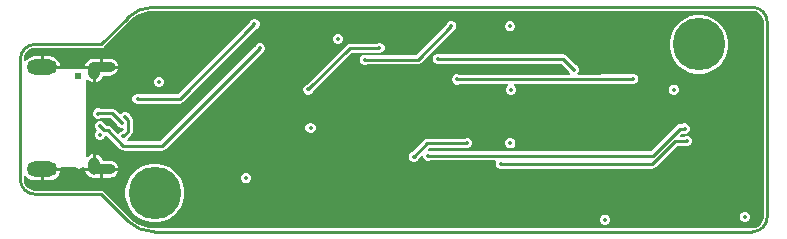
<source format=gbl>
G04*
G04 #@! TF.GenerationSoftware,Altium Limited,Altium Designer,22.6.1 (34)*
G04*
G04 Layer_Physical_Order=4*
G04 Layer_Color=16711680*
%FSLAX44Y44*%
%MOMM*%
G71*
G04*
G04 #@! TF.SameCoordinates,26C179CA-CC13-4C43-A1D0-6E6A4FA8EE50*
G04*
G04*
G04 #@! TF.FilePolarity,Positive*
G04*
G01*
G75*
%ADD15C,0.2540*%
%ADD58C,0.2366*%
%ADD59C,0.6096*%
%ADD60O,2.6000X1.3000*%
%ADD61O,2.2860X0.8890*%
%ADD62O,0.9906X1.4732*%
%ADD63C,4.4450*%
%ADD64C,0.3500*%
%ADD65C,0.3000*%
G36*
X617478Y154948D02*
X619224Y154224D01*
X620795Y153174D01*
X622131Y151839D01*
X623181Y150267D01*
X623904Y148522D01*
X624272Y146668D01*
Y145724D01*
Y-19080D01*
Y-20025D01*
X623904Y-21878D01*
X623181Y-23624D01*
X622131Y-25195D01*
X620795Y-26531D01*
X619224Y-27581D01*
X617478Y-28304D01*
X615625Y-28672D01*
X107979D01*
X106626Y-28672D01*
X103932Y-28407D01*
X101277Y-27879D01*
X98686Y-27093D01*
X96185Y-26057D01*
X93797Y-24781D01*
X91546Y-23277D01*
X89454Y-21560D01*
X88497Y-20603D01*
X88497Y-20602D01*
X65697Y2197D01*
X64689Y2871D01*
X63500Y3108D01*
X6675D01*
X4822Y3476D01*
X3076Y4199D01*
X1505Y5249D01*
X169Y6585D01*
X-881Y8156D01*
X-1604Y9902D01*
X-1972Y11755D01*
Y15745D01*
X-702Y16177D01*
X435Y14695D01*
X2323Y13246D01*
X4522Y12335D01*
X6882Y12024D01*
X12112D01*
Y21142D01*
X13382D01*
Y22412D01*
X29453D01*
X29751Y22752D01*
X41283D01*
X42550Y21906D01*
X44532Y21511D01*
X46514Y21906D01*
X47781Y22752D01*
X47882D01*
X48577Y22891D01*
X49444Y22412D01*
X63882D01*
X77745D01*
X77672Y22965D01*
X76968Y24665D01*
X75849Y26124D01*
X74390Y27243D01*
X72691Y27947D01*
X70867Y28187D01*
X64754D01*
X64705Y28559D01*
X63950Y30382D01*
X62749Y31947D01*
X61184Y33148D01*
X59361Y33903D01*
X58675Y33993D01*
Y24190D01*
X56135D01*
Y33993D01*
X55449Y33903D01*
X53626Y33148D01*
X52061Y31947D01*
X51742Y31531D01*
X50472Y31962D01*
Y96722D01*
X51742Y97153D01*
X52061Y96737D01*
X53626Y95536D01*
X55449Y94781D01*
X56135Y94691D01*
Y104494D01*
X58675D01*
Y94691D01*
X59361Y94781D01*
X61184Y95536D01*
X62749Y96737D01*
X63950Y98302D01*
X64705Y100125D01*
X64754Y100497D01*
X70867D01*
X72691Y100737D01*
X74390Y101441D01*
X75849Y102560D01*
X76968Y104019D01*
X77672Y105719D01*
X77745Y106272D01*
X63882D01*
X49444D01*
X48577Y105793D01*
X47882Y105932D01*
X29751D01*
X29453Y106272D01*
X13382D01*
Y107542D01*
X12112D01*
Y116660D01*
X6882D01*
X4522Y116349D01*
X2323Y115438D01*
X435Y113989D01*
X-702Y112507D01*
X-1972Y112938D01*
Y115245D01*
X-1604Y117098D01*
X-881Y118844D01*
X169Y120415D01*
X1505Y121751D01*
X3076Y122801D01*
X4822Y123524D01*
X6675Y123892D01*
X63500D01*
X64689Y124129D01*
X65697Y124803D01*
X88141Y147246D01*
X89098Y148203D01*
X91190Y149921D01*
X93441Y151425D01*
X95829Y152701D01*
X98330Y153737D01*
X100921Y154523D01*
X103576Y155051D01*
X106270Y155316D01*
X107624Y155316D01*
X614680Y155316D01*
X615625D01*
X617478Y154948D01*
D02*
G37*
%LPC*%
G36*
X410324Y146412D02*
X408618D01*
X407041Y145759D01*
X405834Y144552D01*
X405181Y142975D01*
Y141269D01*
X405834Y139692D01*
X407041Y138485D01*
X408618Y137832D01*
X410324D01*
X411901Y138485D01*
X413108Y139692D01*
X413761Y141269D01*
Y142975D01*
X413108Y144552D01*
X411901Y145759D01*
X410324Y146412D01*
D02*
G37*
G36*
X264717Y135657D02*
X263010D01*
X261433Y135004D01*
X260226Y133797D01*
X259573Y132221D01*
Y130514D01*
X260226Y128937D01*
X261433Y127730D01*
X263010Y127077D01*
X264717D01*
X266294Y127730D01*
X267500Y128937D01*
X268153Y130514D01*
Y132221D01*
X267500Y133797D01*
X266294Y135004D01*
X264717Y135657D01*
D02*
G37*
G36*
X299917Y128040D02*
X298210D01*
X297232Y127635D01*
X273930D01*
X272443Y127339D01*
X271183Y126497D01*
X237461Y92774D01*
X236482Y92369D01*
X235275Y91162D01*
X234622Y89586D01*
Y87879D01*
X235275Y86302D01*
X236482Y85095D01*
X238059Y84442D01*
X239765D01*
X241342Y85095D01*
X242549Y86302D01*
X242954Y87281D01*
X275539Y119865D01*
X297232D01*
X298210Y119460D01*
X299917D01*
X301494Y120113D01*
X302700Y121320D01*
X303354Y122897D01*
Y124603D01*
X302700Y126180D01*
X301494Y127387D01*
X299917Y128040D01*
D02*
G37*
G36*
X360771Y146894D02*
X359065D01*
X357488Y146241D01*
X356281Y145034D01*
X355876Y144055D01*
X329737Y117917D01*
X288344D01*
X287365Y118322D01*
X285659D01*
X284082Y117669D01*
X282875Y116462D01*
X282222Y114885D01*
Y113179D01*
X282875Y111602D01*
X284082Y110395D01*
X285659Y109742D01*
X287365D01*
X288344Y110147D01*
X331346D01*
X332833Y110443D01*
X334093Y111285D01*
X361370Y138562D01*
X362348Y138967D01*
X363555Y140174D01*
X364208Y141751D01*
Y143457D01*
X363555Y145034D01*
X362348Y146241D01*
X360771Y146894D01*
D02*
G37*
G36*
X70867Y114587D02*
X65152D01*
Y108812D01*
X77745D01*
X77672Y109365D01*
X76968Y111065D01*
X75849Y112524D01*
X74390Y113643D01*
X72691Y114347D01*
X70867Y114587D01*
D02*
G37*
G36*
X62612D02*
X56897D01*
X55074Y114347D01*
X53374Y113643D01*
X51915Y112524D01*
X50796Y111065D01*
X50092Y109365D01*
X50019Y108812D01*
X62612D01*
Y114587D01*
D02*
G37*
G36*
X19882Y116660D02*
X14652D01*
Y108812D01*
X28833D01*
X28689Y109902D01*
X27778Y112101D01*
X26329Y113989D01*
X24441Y115438D01*
X22242Y116349D01*
X19882Y116660D01*
D02*
G37*
G36*
X571945Y151592D02*
X567067D01*
X562283Y150640D01*
X557776Y148773D01*
X553720Y146063D01*
X550270Y142613D01*
X547560Y138557D01*
X545693Y134050D01*
X544741Y129266D01*
Y124388D01*
X545693Y119603D01*
X547560Y115096D01*
X550270Y111040D01*
X553720Y107590D01*
X557776Y104880D01*
X562283Y103013D01*
X567067Y102062D01*
X571945D01*
X576730Y103013D01*
X581237Y104880D01*
X585293Y107590D01*
X588743Y111040D01*
X591453Y115096D01*
X593320Y119603D01*
X594271Y124388D01*
Y129266D01*
X593320Y134050D01*
X591453Y138557D01*
X588743Y142613D01*
X585293Y146063D01*
X581237Y148773D01*
X576730Y150640D01*
X571945Y151592D01*
D02*
G37*
G36*
X349221Y118783D02*
X347515D01*
X345938Y118130D01*
X344731Y116923D01*
X344078Y115346D01*
Y113639D01*
X344731Y112063D01*
X345938Y110856D01*
X347515Y110203D01*
X349221D01*
X350200Y110608D01*
X453113D01*
X459538Y104182D01*
X459944Y103204D01*
X460558Y102590D01*
X460032Y101320D01*
X366210D01*
X365791Y101493D01*
X364085D01*
X362508Y100840D01*
X361301Y99633D01*
X360648Y98056D01*
Y96349D01*
X361301Y94773D01*
X362508Y93566D01*
X364085Y92913D01*
X365791D01*
X367330Y93550D01*
X408147D01*
X408400Y92280D01*
X407953Y92095D01*
X406747Y90889D01*
X406094Y89312D01*
Y87605D01*
X406747Y86028D01*
X407953Y84822D01*
X409530Y84169D01*
X411237D01*
X412814Y84822D01*
X414021Y86028D01*
X414674Y87605D01*
Y89312D01*
X414021Y90889D01*
X412814Y92095D01*
X412368Y92280D01*
X412620Y93550D01*
X486923D01*
X488018Y93768D01*
X512173D01*
X513152Y93363D01*
X514858D01*
X516435Y94016D01*
X517642Y95223D01*
X518295Y96799D01*
Y98506D01*
X517642Y100083D01*
X516435Y101289D01*
X514858Y101943D01*
X513152D01*
X512173Y101537D01*
X487141D01*
X486047Y101320D01*
X467129D01*
X466603Y102590D01*
X467217Y103204D01*
X467871Y104781D01*
Y106487D01*
X467217Y108064D01*
X466011Y109271D01*
X465032Y109676D01*
X457469Y117240D01*
X456208Y118082D01*
X454722Y118377D01*
X350200D01*
X349221Y118783D01*
D02*
G37*
G36*
X113138Y99302D02*
X111432D01*
X109855Y98649D01*
X108648Y97442D01*
X107995Y95865D01*
Y94159D01*
X108648Y92582D01*
X109855Y91375D01*
X111432Y90722D01*
X113138D01*
X114715Y91375D01*
X115922Y92582D01*
X116575Y94159D01*
Y95865D01*
X115922Y97442D01*
X114715Y98649D01*
X113138Y99302D01*
D02*
G37*
G36*
X194044Y148171D02*
X192337D01*
X190760Y147517D01*
X189553Y146311D01*
X189148Y145332D01*
X128292Y84477D01*
X96065D01*
X95086Y84882D01*
X93379D01*
X91803Y84229D01*
X90596Y83022D01*
X89943Y81445D01*
Y79739D01*
X90596Y78162D01*
X91803Y76955D01*
X93379Y76302D01*
X95086D01*
X96065Y76707D01*
X129902D01*
X131388Y77003D01*
X132648Y77845D01*
X194642Y139838D01*
X195620Y140244D01*
X196827Y141451D01*
X197480Y143027D01*
Y144734D01*
X196827Y146311D01*
X195620Y147517D01*
X194044Y148171D01*
D02*
G37*
G36*
X549046Y92899D02*
X547340D01*
X545763Y92246D01*
X544556Y91039D01*
X543903Y89462D01*
Y87756D01*
X544556Y86179D01*
X545763Y84972D01*
X547340Y84319D01*
X549046D01*
X550623Y84972D01*
X551830Y86179D01*
X552483Y87756D01*
Y89462D01*
X551830Y91039D01*
X550623Y92246D01*
X549046Y92899D01*
D02*
G37*
G36*
X241566Y60487D02*
X239859D01*
X238283Y59834D01*
X237076Y58627D01*
X236423Y57050D01*
Y55344D01*
X237076Y53767D01*
X238283Y52560D01*
X239859Y51907D01*
X241566D01*
X243143Y52560D01*
X244350Y53767D01*
X245003Y55344D01*
Y57050D01*
X244350Y58627D01*
X243143Y59834D01*
X241566Y60487D01*
D02*
G37*
G36*
X558263Y59923D02*
X556557D01*
X555578Y59518D01*
X553425D01*
X551939Y59222D01*
X550678Y58380D01*
X528681Y36383D01*
X342332D01*
X341353Y36788D01*
X340326D01*
X339799Y38058D01*
X341138Y39397D01*
X371459D01*
X372438Y38992D01*
X374144D01*
X375721Y39645D01*
X376928Y40852D01*
X377581Y42428D01*
Y44135D01*
X376928Y45712D01*
X375721Y46919D01*
X374144Y47572D01*
X372438D01*
X371459Y47166D01*
X339529D01*
X338043Y46871D01*
X336782Y46028D01*
X326647Y35893D01*
X325668Y35488D01*
X324462Y34281D01*
X323808Y32704D01*
Y30998D01*
X324462Y29421D01*
X325668Y28214D01*
X327245Y27561D01*
X328952D01*
X330528Y28214D01*
X331735Y29421D01*
X332141Y30399D01*
X334940Y33199D01*
X336210Y32673D01*
Y31645D01*
X336863Y30068D01*
X338070Y28861D01*
X339647Y28208D01*
X341353D01*
X342332Y28614D01*
X397014D01*
X397784Y27344D01*
X397400Y26417D01*
Y24710D01*
X398053Y23134D01*
X399260Y21927D01*
X400837Y21274D01*
X402543D01*
X403522Y21679D01*
X530103D01*
X531589Y21975D01*
X532849Y22817D01*
X551046Y41014D01*
X557819D01*
X558354Y40792D01*
X560061D01*
X561637Y41445D01*
X562844Y42652D01*
X563497Y44229D01*
Y45936D01*
X562844Y47512D01*
X561637Y48719D01*
X560061Y49372D01*
X558354D01*
X556932Y48783D01*
X553729D01*
X553243Y49957D01*
X555034Y51748D01*
X555578D01*
X556557Y51343D01*
X558263D01*
X559840Y51996D01*
X561047Y53203D01*
X561700Y54780D01*
Y56486D01*
X561047Y58063D01*
X559840Y59270D01*
X558263Y59923D01*
D02*
G37*
G36*
X198719Y127789D02*
X197013D01*
X195436Y127136D01*
X194229Y125929D01*
X193824Y124950D01*
X113558Y44684D01*
X85825D01*
X85299Y45954D01*
X85933Y46588D01*
X86427Y47780D01*
X88888Y50242D01*
X89711Y51473D01*
X90000Y52926D01*
Y63182D01*
X89711Y64634D01*
X88888Y65866D01*
X88045Y66709D01*
X87551Y67901D01*
X86344Y69108D01*
X84768Y69761D01*
X83061D01*
X81484Y69108D01*
X80277Y67901D01*
X80260Y67860D01*
X79015Y67613D01*
X75529Y71099D01*
X74297Y71922D01*
X72845Y72210D01*
X62951D01*
X61892Y72649D01*
X60185D01*
X58608Y71996D01*
X57402Y70789D01*
X56748Y69212D01*
Y67506D01*
X57402Y65929D01*
X58608Y64722D01*
X60185Y64069D01*
X61892D01*
X63217Y64618D01*
X71272D01*
X76619Y59271D01*
X77113Y58079D01*
X78320Y56872D01*
X79897Y56219D01*
X81603D01*
X82327Y55735D01*
X82397Y54488D01*
X81058Y53149D01*
X79866Y52655D01*
X78798Y51587D01*
X78303Y51361D01*
X77406Y51183D01*
X71567Y57022D01*
X70307Y57864D01*
X68820Y58160D01*
X67800D01*
X66619Y59341D01*
X66214Y60319D01*
X65007Y61526D01*
X63431Y62179D01*
X61724D01*
X60147Y61526D01*
X58940Y60319D01*
X58287Y58742D01*
Y57036D01*
X58940Y55459D01*
X59447Y54952D01*
X60045Y54112D01*
X59447Y53293D01*
X58930Y52776D01*
X58277Y51199D01*
Y49492D01*
X58930Y47916D01*
X60137Y46709D01*
X61714Y46056D01*
X63421D01*
X64997Y46709D01*
X66204Y47916D01*
X66698Y49108D01*
X67777Y49483D01*
X68122Y49480D01*
X79549Y38053D01*
X80809Y37211D01*
X82296Y36915D01*
X115167D01*
X116653Y37211D01*
X117914Y38053D01*
X199317Y119457D01*
X200296Y119862D01*
X201503Y121069D01*
X202156Y122645D01*
Y124352D01*
X201503Y125929D01*
X200296Y127136D01*
X198719Y127789D01*
D02*
G37*
G36*
X410689Y47481D02*
X408983D01*
X407406Y46828D01*
X406199Y45622D01*
X405546Y44045D01*
Y42338D01*
X406199Y40761D01*
X407406Y39555D01*
X408983Y38902D01*
X410689D01*
X412266Y39555D01*
X413473Y40761D01*
X414126Y42338D01*
Y44045D01*
X413473Y45622D01*
X412266Y46828D01*
X410689Y47481D01*
D02*
G37*
G36*
X77745Y19872D02*
X65152D01*
Y14097D01*
X70867D01*
X72691Y14337D01*
X74390Y15041D01*
X75849Y16160D01*
X76968Y17619D01*
X77672Y19318D01*
X77745Y19872D01*
D02*
G37*
G36*
X62612D02*
X50019D01*
X50092Y19318D01*
X50796Y17619D01*
X51915Y16160D01*
X53374Y15041D01*
X55074Y14337D01*
X56897Y14097D01*
X62612D01*
Y19872D01*
D02*
G37*
G36*
X28833Y19872D02*
X14652D01*
Y12024D01*
X19882D01*
X22242Y12335D01*
X24441Y13246D01*
X26329Y14695D01*
X27778Y16583D01*
X28689Y18782D01*
X28833Y19872D01*
D02*
G37*
G36*
X187026Y17821D02*
X185319D01*
X183743Y17168D01*
X182536Y15961D01*
X181883Y14384D01*
Y12677D01*
X182536Y11101D01*
X183743Y9894D01*
X185319Y9241D01*
X187026D01*
X188603Y9894D01*
X189810Y11101D01*
X190463Y12677D01*
Y14384D01*
X189810Y15961D01*
X188603Y17168D01*
X187026Y17821D01*
D02*
G37*
G36*
X609183Y-14790D02*
X607476D01*
X605899Y-15443D01*
X604692Y-16650D01*
X604039Y-18227D01*
Y-19933D01*
X604692Y-21510D01*
X605899Y-22717D01*
X607476Y-23370D01*
X609183D01*
X610760Y-22717D01*
X611966Y-21510D01*
X612619Y-19933D01*
Y-18227D01*
X611966Y-16650D01*
X610760Y-15443D01*
X609183Y-14790D01*
D02*
G37*
G36*
X111172Y25827D02*
X106294D01*
X101509Y24875D01*
X97002Y23008D01*
X92946Y20298D01*
X89497Y16849D01*
X86786Y12793D01*
X84920Y8286D01*
X83968Y3501D01*
Y-1377D01*
X84920Y-6162D01*
X86786Y-10669D01*
X89497Y-14725D01*
X92946Y-18174D01*
X97002Y-20884D01*
X101509Y-22751D01*
X106294Y-23703D01*
X111172D01*
X115956Y-22751D01*
X120463Y-20884D01*
X124520Y-18174D01*
X127969Y-14725D01*
X130679Y-10669D01*
X132546Y-6162D01*
X133498Y-1377D01*
Y3501D01*
X132546Y8286D01*
X130679Y12793D01*
X127969Y16849D01*
X124520Y20298D01*
X120463Y23008D01*
X115956Y24875D01*
X111172Y25827D01*
D02*
G37*
G36*
X490938Y-17263D02*
X489232D01*
X487655Y-17916D01*
X486448Y-19123D01*
X485795Y-20700D01*
Y-22406D01*
X486448Y-23983D01*
X487655Y-25190D01*
X489232Y-25843D01*
X490938D01*
X492515Y-25190D01*
X493722Y-23983D01*
X494375Y-22406D01*
Y-20700D01*
X493722Y-19123D01*
X492515Y-17916D01*
X490938Y-17263D01*
D02*
G37*
%LPD*%
D15*
X549437Y44899D02*
X559024D01*
X530103Y25564D02*
X549437Y44899D01*
X401690Y25564D02*
X530103D01*
X559024Y44899D02*
X559207Y45082D01*
X62577Y57889D02*
X66191Y54275D01*
X68820D01*
X82296Y40800D01*
X530290Y32498D02*
X553425Y55633D01*
X557410D01*
X340500Y32498D02*
X530290D01*
X82296Y40800D02*
X115167D01*
X129902Y80592D02*
X193190Y143881D01*
X94233Y80592D02*
X129902D01*
X115167Y40800D02*
X197866Y123499D01*
X454722Y114493D02*
X463581Y105634D01*
X348368Y114493D02*
X454722D01*
X286512Y114032D02*
X331346D01*
X359918Y142604D01*
X328098Y31851D02*
X339529Y43282D01*
X373291D01*
X364726Y97203D02*
X364938Y97415D01*
Y97435D02*
X486923D01*
X487141Y97653D01*
X514005D01*
X273930Y123750D02*
X299063D01*
X238912Y88732D02*
X273930Y123750D01*
X627380Y145724D02*
G03*
X614680Y158424I-12700J0D01*
G01*
Y-31780D02*
G03*
X627380Y-19080I0J12700D01*
G01*
X86299Y-22800D02*
G03*
X107979Y-31780I21680J21680D01*
G01*
X107624Y158424D02*
G03*
X85943Y149443I0J-30661D01*
G01*
X63500Y-1D02*
G03*
X63500Y-0I0J0D01*
G01*
X63500Y-1D02*
G03*
X63500Y-0I0J0D01*
G01*
X-5080Y12700D02*
G03*
X7620Y0I12700J0D01*
G01*
Y127000D02*
G03*
X-5080Y114300I0J-12700D01*
G01*
X63500Y127000D02*
G03*
X63500Y127000I0J0D01*
G01*
X203110Y-31780D02*
X590505D01*
X193350Y158424D02*
X614680D01*
X590505Y-31780D02*
X614680D01*
X627380Y-19080D02*
Y145724D01*
X107979Y-31780D02*
X203110D01*
X63500Y-0D02*
X86299Y-22800D01*
X107624Y158424D02*
X193350D01*
X63500Y127000D02*
X85943Y149443D01*
X7620Y0D02*
X63500D01*
X-5080Y12700D02*
Y114300D01*
X7620Y127000D02*
X63500D01*
D58*
X72845Y68414D02*
X80750Y60509D01*
X83914Y65471D02*
X86204Y63182D01*
X82296Y49018D02*
X86204Y52926D01*
X61038Y68359D02*
X61094Y68414D01*
X72845D01*
X86204Y52926D02*
Y63182D01*
D59*
X43882Y100342D02*
D03*
D60*
X13382Y107542D02*
D03*
Y21142D02*
D03*
D61*
X63882D02*
D03*
Y107542D02*
D03*
D62*
X57405Y24190D02*
D03*
Y104494D02*
D03*
D63*
X108733Y1062D02*
D03*
X569506Y126827D02*
D03*
D64*
X608329Y-19080D02*
D03*
X569080Y-24300D02*
D03*
X574555Y89254D02*
D03*
X409836Y43192D02*
D03*
X410384Y88458D02*
D03*
X409471Y142122D02*
D03*
X186173Y13531D02*
D03*
X62577Y57889D02*
D03*
X557410Y55633D02*
D03*
X61038Y68359D02*
D03*
X62567Y50346D02*
D03*
X83914Y65471D02*
D03*
X80750Y60509D02*
D03*
X193190Y143881D02*
D03*
X94233Y80592D02*
D03*
X197866Y123499D02*
D03*
X41283Y12092D02*
D03*
X81708Y35592D02*
D03*
X42524Y116262D02*
D03*
X559207Y45082D02*
D03*
X147378Y13047D02*
D03*
X548193Y88609D02*
D03*
X373291Y43282D02*
D03*
X514005Y97653D02*
D03*
X463399Y116777D02*
D03*
X490085Y-21553D02*
D03*
X463581Y105634D02*
D03*
X514005Y116886D02*
D03*
X401690Y25564D02*
D03*
X314247Y31905D02*
D03*
X328098Y31851D02*
D03*
X340500Y32498D02*
D03*
X348368Y114493D02*
D03*
X286512Y114032D02*
D03*
X120733Y137281D02*
D03*
X359918Y142604D02*
D03*
X240713Y56197D02*
D03*
X364938Y97203D02*
D03*
X268885Y31851D02*
D03*
X324649Y133168D02*
D03*
X264396Y147078D02*
D03*
X263863Y131367D02*
D03*
X238912Y88732D02*
D03*
X299063Y123750D02*
D03*
X85943Y109316D02*
D03*
X112285Y95012D02*
D03*
X82296Y49018D02*
D03*
D65*
X244391Y70454D02*
D03*
X234457Y123914D02*
D03*
X234570Y144526D02*
D03*
M02*

</source>
